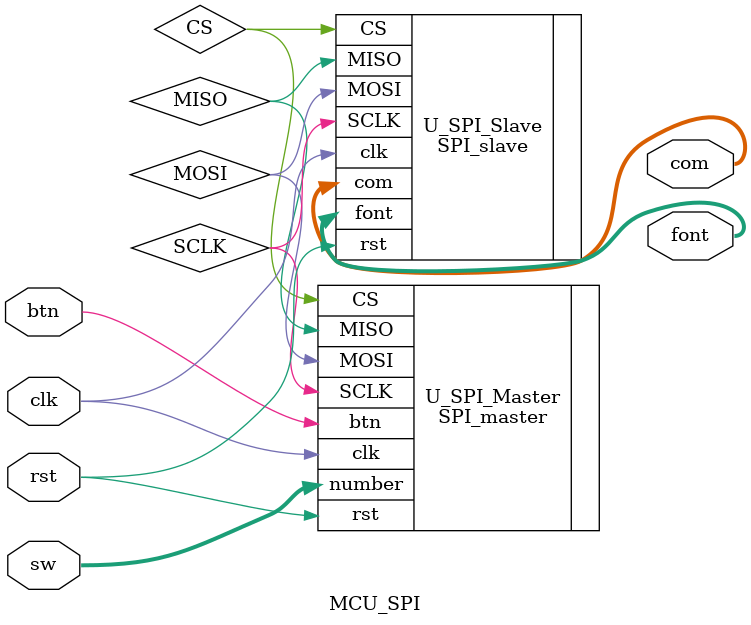
<source format=v>
`timescale 1ns / 1ps

module MCU_SPI (
    input         clk,
    input         rst,
    input         btn,
    input  [13:0] sw,
    //fnd port
    output [ 3:0] com,
    output [ 7:0] font
);

    SPI_master U_SPI_Master (
        .clk   (clk),
        .rst   (rst),
        .btn   (btn),
        .number(sw),
        //slave port
        .SCLK(SCLK),
        .MOSI(MOSI),
        .MISO(MISO),
        .CS  (CS)
    );

    SPI_slave U_SPI_Slave (
        .clk (clk),
        .rst (rst),
        .SCLK(SCLK),
        .MOSI(MOSI),
        .MISO(MISO),
        .CS  (CS),
        //fnd port
        .com (com),
        .font(font)
    );
endmodule

</source>
